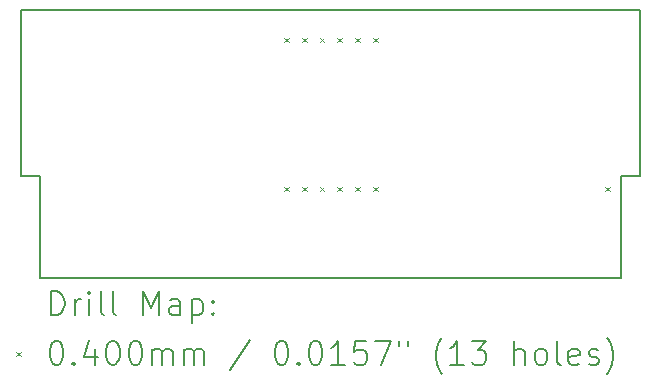
<source format=gbr>
%FSLAX45Y45*%
G04 Gerber Fmt 4.5, Leading zero omitted, Abs format (unit mm)*
G04 Created by KiCad (PCBNEW (6.0.1-0)) date 2022-02-22 22:29:47*
%MOMM*%
%LPD*%
G01*
G04 APERTURE LIST*
%TA.AperFunction,Profile*%
%ADD10C,0.150000*%
%TD*%
%ADD11C,0.200000*%
%ADD12C,0.040000*%
G04 APERTURE END LIST*
D10*
X12460000Y-9140000D02*
X12620000Y-9140000D01*
X7540000Y-10000000D02*
X12460000Y-10000000D01*
X7540000Y-9140000D02*
X7380000Y-9140000D01*
X7380000Y-7735000D02*
X7380000Y-9140000D01*
X12620000Y-9139500D02*
X12620000Y-7735000D01*
X12460000Y-10000000D02*
X12460000Y-9140000D01*
X7540000Y-10000000D02*
X7540000Y-9140000D01*
X7380000Y-7735000D02*
X12620000Y-7735000D01*
D11*
D12*
X9605000Y-7970000D02*
X9645000Y-8010000D01*
X9645000Y-7970000D02*
X9605000Y-8010000D01*
X9605000Y-9230000D02*
X9645000Y-9270000D01*
X9645000Y-9230000D02*
X9605000Y-9270000D01*
X9755000Y-7970000D02*
X9795000Y-8010000D01*
X9795000Y-7970000D02*
X9755000Y-8010000D01*
X9755000Y-9230000D02*
X9795000Y-9270000D01*
X9795000Y-9230000D02*
X9755000Y-9270000D01*
X9905000Y-7970000D02*
X9945000Y-8010000D01*
X9945000Y-7970000D02*
X9905000Y-8010000D01*
X9905000Y-9230000D02*
X9945000Y-9270000D01*
X9945000Y-9230000D02*
X9905000Y-9270000D01*
X10055000Y-7970000D02*
X10095000Y-8010000D01*
X10095000Y-7970000D02*
X10055000Y-8010000D01*
X10055000Y-9230000D02*
X10095000Y-9270000D01*
X10095000Y-9230000D02*
X10055000Y-9270000D01*
X10205000Y-7970000D02*
X10245000Y-8010000D01*
X10245000Y-7970000D02*
X10205000Y-8010000D01*
X10205000Y-9230000D02*
X10245000Y-9270000D01*
X10245000Y-9230000D02*
X10205000Y-9270000D01*
X10355000Y-7970000D02*
X10395000Y-8010000D01*
X10395000Y-7970000D02*
X10355000Y-8010000D01*
X10355000Y-9230000D02*
X10395000Y-9270000D01*
X10395000Y-9230000D02*
X10355000Y-9270000D01*
X12320000Y-9230000D02*
X12360000Y-9270000D01*
X12360000Y-9230000D02*
X12320000Y-9270000D01*
D11*
X7630119Y-10317976D02*
X7630119Y-10117976D01*
X7677738Y-10117976D01*
X7706309Y-10127500D01*
X7725357Y-10146548D01*
X7734881Y-10165595D01*
X7744405Y-10203690D01*
X7744405Y-10232262D01*
X7734881Y-10270357D01*
X7725357Y-10289405D01*
X7706309Y-10308452D01*
X7677738Y-10317976D01*
X7630119Y-10317976D01*
X7830119Y-10317976D02*
X7830119Y-10184643D01*
X7830119Y-10222738D02*
X7839643Y-10203690D01*
X7849167Y-10194167D01*
X7868214Y-10184643D01*
X7887262Y-10184643D01*
X7953928Y-10317976D02*
X7953928Y-10184643D01*
X7953928Y-10117976D02*
X7944405Y-10127500D01*
X7953928Y-10137024D01*
X7963452Y-10127500D01*
X7953928Y-10117976D01*
X7953928Y-10137024D01*
X8077738Y-10317976D02*
X8058690Y-10308452D01*
X8049167Y-10289405D01*
X8049167Y-10117976D01*
X8182500Y-10317976D02*
X8163452Y-10308452D01*
X8153928Y-10289405D01*
X8153928Y-10117976D01*
X8411071Y-10317976D02*
X8411071Y-10117976D01*
X8477738Y-10260833D01*
X8544405Y-10117976D01*
X8544405Y-10317976D01*
X8725357Y-10317976D02*
X8725357Y-10213214D01*
X8715833Y-10194167D01*
X8696786Y-10184643D01*
X8658690Y-10184643D01*
X8639643Y-10194167D01*
X8725357Y-10308452D02*
X8706310Y-10317976D01*
X8658690Y-10317976D01*
X8639643Y-10308452D01*
X8630119Y-10289405D01*
X8630119Y-10270357D01*
X8639643Y-10251310D01*
X8658690Y-10241786D01*
X8706310Y-10241786D01*
X8725357Y-10232262D01*
X8820595Y-10184643D02*
X8820595Y-10384643D01*
X8820595Y-10194167D02*
X8839643Y-10184643D01*
X8877738Y-10184643D01*
X8896786Y-10194167D01*
X8906310Y-10203690D01*
X8915833Y-10222738D01*
X8915833Y-10279881D01*
X8906310Y-10298929D01*
X8896786Y-10308452D01*
X8877738Y-10317976D01*
X8839643Y-10317976D01*
X8820595Y-10308452D01*
X9001548Y-10298929D02*
X9011071Y-10308452D01*
X9001548Y-10317976D01*
X8992024Y-10308452D01*
X9001548Y-10298929D01*
X9001548Y-10317976D01*
X9001548Y-10194167D02*
X9011071Y-10203690D01*
X9001548Y-10213214D01*
X8992024Y-10203690D01*
X9001548Y-10194167D01*
X9001548Y-10213214D01*
D12*
X7332500Y-10627500D02*
X7372500Y-10667500D01*
X7372500Y-10627500D02*
X7332500Y-10667500D01*
D11*
X7668214Y-10537976D02*
X7687262Y-10537976D01*
X7706309Y-10547500D01*
X7715833Y-10557024D01*
X7725357Y-10576071D01*
X7734881Y-10614167D01*
X7734881Y-10661786D01*
X7725357Y-10699881D01*
X7715833Y-10718929D01*
X7706309Y-10728452D01*
X7687262Y-10737976D01*
X7668214Y-10737976D01*
X7649167Y-10728452D01*
X7639643Y-10718929D01*
X7630119Y-10699881D01*
X7620595Y-10661786D01*
X7620595Y-10614167D01*
X7630119Y-10576071D01*
X7639643Y-10557024D01*
X7649167Y-10547500D01*
X7668214Y-10537976D01*
X7820595Y-10718929D02*
X7830119Y-10728452D01*
X7820595Y-10737976D01*
X7811071Y-10728452D01*
X7820595Y-10718929D01*
X7820595Y-10737976D01*
X8001548Y-10604643D02*
X8001548Y-10737976D01*
X7953928Y-10528452D02*
X7906309Y-10671310D01*
X8030119Y-10671310D01*
X8144405Y-10537976D02*
X8163452Y-10537976D01*
X8182500Y-10547500D01*
X8192024Y-10557024D01*
X8201548Y-10576071D01*
X8211071Y-10614167D01*
X8211071Y-10661786D01*
X8201548Y-10699881D01*
X8192024Y-10718929D01*
X8182500Y-10728452D01*
X8163452Y-10737976D01*
X8144405Y-10737976D01*
X8125357Y-10728452D01*
X8115833Y-10718929D01*
X8106309Y-10699881D01*
X8096786Y-10661786D01*
X8096786Y-10614167D01*
X8106309Y-10576071D01*
X8115833Y-10557024D01*
X8125357Y-10547500D01*
X8144405Y-10537976D01*
X8334881Y-10537976D02*
X8353928Y-10537976D01*
X8372976Y-10547500D01*
X8382500Y-10557024D01*
X8392024Y-10576071D01*
X8401548Y-10614167D01*
X8401548Y-10661786D01*
X8392024Y-10699881D01*
X8382500Y-10718929D01*
X8372976Y-10728452D01*
X8353928Y-10737976D01*
X8334881Y-10737976D01*
X8315833Y-10728452D01*
X8306309Y-10718929D01*
X8296786Y-10699881D01*
X8287262Y-10661786D01*
X8287262Y-10614167D01*
X8296786Y-10576071D01*
X8306309Y-10557024D01*
X8315833Y-10547500D01*
X8334881Y-10537976D01*
X8487262Y-10737976D02*
X8487262Y-10604643D01*
X8487262Y-10623690D02*
X8496786Y-10614167D01*
X8515833Y-10604643D01*
X8544405Y-10604643D01*
X8563452Y-10614167D01*
X8572976Y-10633214D01*
X8572976Y-10737976D01*
X8572976Y-10633214D02*
X8582500Y-10614167D01*
X8601548Y-10604643D01*
X8630119Y-10604643D01*
X8649167Y-10614167D01*
X8658690Y-10633214D01*
X8658690Y-10737976D01*
X8753929Y-10737976D02*
X8753929Y-10604643D01*
X8753929Y-10623690D02*
X8763452Y-10614167D01*
X8782500Y-10604643D01*
X8811071Y-10604643D01*
X8830119Y-10614167D01*
X8839643Y-10633214D01*
X8839643Y-10737976D01*
X8839643Y-10633214D02*
X8849167Y-10614167D01*
X8868214Y-10604643D01*
X8896786Y-10604643D01*
X8915833Y-10614167D01*
X8925357Y-10633214D01*
X8925357Y-10737976D01*
X9315833Y-10528452D02*
X9144405Y-10785595D01*
X9572976Y-10537976D02*
X9592024Y-10537976D01*
X9611071Y-10547500D01*
X9620595Y-10557024D01*
X9630119Y-10576071D01*
X9639643Y-10614167D01*
X9639643Y-10661786D01*
X9630119Y-10699881D01*
X9620595Y-10718929D01*
X9611071Y-10728452D01*
X9592024Y-10737976D01*
X9572976Y-10737976D01*
X9553929Y-10728452D01*
X9544405Y-10718929D01*
X9534881Y-10699881D01*
X9525357Y-10661786D01*
X9525357Y-10614167D01*
X9534881Y-10576071D01*
X9544405Y-10557024D01*
X9553929Y-10547500D01*
X9572976Y-10537976D01*
X9725357Y-10718929D02*
X9734881Y-10728452D01*
X9725357Y-10737976D01*
X9715833Y-10728452D01*
X9725357Y-10718929D01*
X9725357Y-10737976D01*
X9858690Y-10537976D02*
X9877738Y-10537976D01*
X9896786Y-10547500D01*
X9906310Y-10557024D01*
X9915833Y-10576071D01*
X9925357Y-10614167D01*
X9925357Y-10661786D01*
X9915833Y-10699881D01*
X9906310Y-10718929D01*
X9896786Y-10728452D01*
X9877738Y-10737976D01*
X9858690Y-10737976D01*
X9839643Y-10728452D01*
X9830119Y-10718929D01*
X9820595Y-10699881D01*
X9811071Y-10661786D01*
X9811071Y-10614167D01*
X9820595Y-10576071D01*
X9830119Y-10557024D01*
X9839643Y-10547500D01*
X9858690Y-10537976D01*
X10115833Y-10737976D02*
X10001548Y-10737976D01*
X10058690Y-10737976D02*
X10058690Y-10537976D01*
X10039643Y-10566548D01*
X10020595Y-10585595D01*
X10001548Y-10595119D01*
X10296786Y-10537976D02*
X10201548Y-10537976D01*
X10192024Y-10633214D01*
X10201548Y-10623690D01*
X10220595Y-10614167D01*
X10268214Y-10614167D01*
X10287262Y-10623690D01*
X10296786Y-10633214D01*
X10306310Y-10652262D01*
X10306310Y-10699881D01*
X10296786Y-10718929D01*
X10287262Y-10728452D01*
X10268214Y-10737976D01*
X10220595Y-10737976D01*
X10201548Y-10728452D01*
X10192024Y-10718929D01*
X10372976Y-10537976D02*
X10506310Y-10537976D01*
X10420595Y-10737976D01*
X10572976Y-10537976D02*
X10572976Y-10576071D01*
X10649167Y-10537976D02*
X10649167Y-10576071D01*
X10944405Y-10814167D02*
X10934881Y-10804643D01*
X10915833Y-10776071D01*
X10906310Y-10757024D01*
X10896786Y-10728452D01*
X10887262Y-10680833D01*
X10887262Y-10642738D01*
X10896786Y-10595119D01*
X10906310Y-10566548D01*
X10915833Y-10547500D01*
X10934881Y-10518929D01*
X10944405Y-10509405D01*
X11125357Y-10737976D02*
X11011071Y-10737976D01*
X11068214Y-10737976D02*
X11068214Y-10537976D01*
X11049167Y-10566548D01*
X11030119Y-10585595D01*
X11011071Y-10595119D01*
X11192024Y-10537976D02*
X11315833Y-10537976D01*
X11249167Y-10614167D01*
X11277738Y-10614167D01*
X11296786Y-10623690D01*
X11306309Y-10633214D01*
X11315833Y-10652262D01*
X11315833Y-10699881D01*
X11306309Y-10718929D01*
X11296786Y-10728452D01*
X11277738Y-10737976D01*
X11220595Y-10737976D01*
X11201548Y-10728452D01*
X11192024Y-10718929D01*
X11553928Y-10737976D02*
X11553928Y-10537976D01*
X11639643Y-10737976D02*
X11639643Y-10633214D01*
X11630119Y-10614167D01*
X11611071Y-10604643D01*
X11582500Y-10604643D01*
X11563452Y-10614167D01*
X11553928Y-10623690D01*
X11763452Y-10737976D02*
X11744405Y-10728452D01*
X11734881Y-10718929D01*
X11725357Y-10699881D01*
X11725357Y-10642738D01*
X11734881Y-10623690D01*
X11744405Y-10614167D01*
X11763452Y-10604643D01*
X11792024Y-10604643D01*
X11811071Y-10614167D01*
X11820595Y-10623690D01*
X11830119Y-10642738D01*
X11830119Y-10699881D01*
X11820595Y-10718929D01*
X11811071Y-10728452D01*
X11792024Y-10737976D01*
X11763452Y-10737976D01*
X11944405Y-10737976D02*
X11925357Y-10728452D01*
X11915833Y-10709405D01*
X11915833Y-10537976D01*
X12096786Y-10728452D02*
X12077738Y-10737976D01*
X12039643Y-10737976D01*
X12020595Y-10728452D01*
X12011071Y-10709405D01*
X12011071Y-10633214D01*
X12020595Y-10614167D01*
X12039643Y-10604643D01*
X12077738Y-10604643D01*
X12096786Y-10614167D01*
X12106309Y-10633214D01*
X12106309Y-10652262D01*
X12011071Y-10671310D01*
X12182500Y-10728452D02*
X12201548Y-10737976D01*
X12239643Y-10737976D01*
X12258690Y-10728452D01*
X12268214Y-10709405D01*
X12268214Y-10699881D01*
X12258690Y-10680833D01*
X12239643Y-10671310D01*
X12211071Y-10671310D01*
X12192024Y-10661786D01*
X12182500Y-10642738D01*
X12182500Y-10633214D01*
X12192024Y-10614167D01*
X12211071Y-10604643D01*
X12239643Y-10604643D01*
X12258690Y-10614167D01*
X12334881Y-10814167D02*
X12344405Y-10804643D01*
X12363452Y-10776071D01*
X12372976Y-10757024D01*
X12382500Y-10728452D01*
X12392024Y-10680833D01*
X12392024Y-10642738D01*
X12382500Y-10595119D01*
X12372976Y-10566548D01*
X12363452Y-10547500D01*
X12344405Y-10518929D01*
X12334881Y-10509405D01*
M02*

</source>
